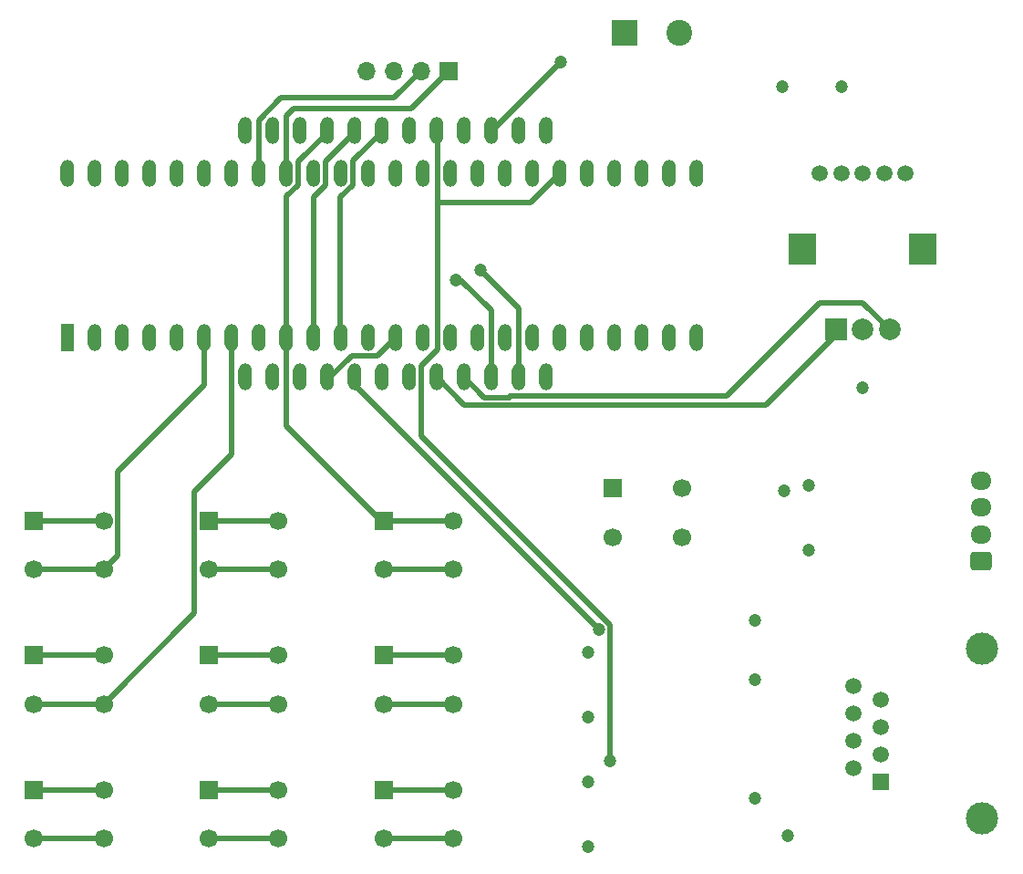
<source format=gbl>
%TF.GenerationSoftware,KiCad,Pcbnew,8.0.8*%
%TF.CreationDate,2025-02-06T19:54:35+00:00*%
%TF.ProjectId,TeensyELS,5465656e-7379-4454-9c53-2e6b69636164,rev?*%
%TF.SameCoordinates,Original*%
%TF.FileFunction,Copper,L4,Bot*%
%TF.FilePolarity,Positive*%
%FSLAX46Y46*%
G04 Gerber Fmt 4.6, Leading zero omitted, Abs format (unit mm)*
G04 Created by KiCad (PCBNEW 8.0.8) date 2025-02-06 19:54:35*
%MOMM*%
%LPD*%
G01*
G04 APERTURE LIST*
G04 Aperture macros list*
%AMRoundRect*
0 Rectangle with rounded corners*
0 $1 Rounding radius*
0 $2 $3 $4 $5 $6 $7 $8 $9 X,Y pos of 4 corners*
0 Add a 4 corners polygon primitive as box body*
4,1,4,$2,$3,$4,$5,$6,$7,$8,$9,$2,$3,0*
0 Add four circle primitives for the rounded corners*
1,1,$1+$1,$2,$3*
1,1,$1+$1,$4,$5*
1,1,$1+$1,$6,$7*
1,1,$1+$1,$8,$9*
0 Add four rect primitives between the rounded corners*
20,1,$1+$1,$2,$3,$4,$5,0*
20,1,$1+$1,$4,$5,$6,$7,0*
20,1,$1+$1,$6,$7,$8,$9,0*
20,1,$1+$1,$8,$9,$2,$3,0*%
G04 Aperture macros list end*
%TA.AperFunction,ComponentPad*%
%ADD10O,1.270000X2.540000*%
%TD*%
%TA.AperFunction,ComponentPad*%
%ADD11RoundRect,0.250000X0.725000X-0.600000X0.725000X0.600000X-0.725000X0.600000X-0.725000X-0.600000X0*%
%TD*%
%TA.AperFunction,ComponentPad*%
%ADD12O,1.950000X1.700000*%
%TD*%
%TA.AperFunction,ComponentPad*%
%ADD13R,2.400000X2.400000*%
%TD*%
%TA.AperFunction,ComponentPad*%
%ADD14C,2.400000*%
%TD*%
%TA.AperFunction,ComponentPad*%
%ADD15R,1.270000X2.540000*%
%TD*%
%TA.AperFunction,ComponentPad*%
%ADD16R,1.700000X1.700000*%
%TD*%
%TA.AperFunction,ComponentPad*%
%ADD17C,1.700000*%
%TD*%
%TA.AperFunction,ComponentPad*%
%ADD18R,1.500000X1.500000*%
%TD*%
%TA.AperFunction,ComponentPad*%
%ADD19C,1.500000*%
%TD*%
%TA.AperFunction,ComponentPad*%
%ADD20C,3.000000*%
%TD*%
%TA.AperFunction,ComponentPad*%
%ADD21O,1.700000X1.700000*%
%TD*%
%TA.AperFunction,ComponentPad*%
%ADD22R,2.000000X2.000000*%
%TD*%
%TA.AperFunction,ComponentPad*%
%ADD23C,2.000000*%
%TD*%
%TA.AperFunction,ComponentPad*%
%ADD24R,2.500000X3.000000*%
%TD*%
%TA.AperFunction,ViaPad*%
%ADD25C,1.200000*%
%TD*%
%TA.AperFunction,Conductor*%
%ADD26C,0.500000*%
%TD*%
G04 APERTURE END LIST*
D10*
%TO.P,MCU1,1,5V*%
%TO.N,+5V*%
X39125686Y-61924940D03*
%TO.P,MCU1,2,GND*%
%TO.N,GND*%
X41665686Y-61924940D03*
%TO.P,MCU1,3,GPIO27/ADC17/TOUCH7*%
%TO.N,/Alm*%
X44205686Y-61924940D03*
%TO.P,MCU1,4,GPIO26/ADC19/DAC2*%
%TO.N,/Dir*%
X46745686Y-61924940D03*
%TO.P,MCU1,5,GPIO25/ADC18/DAC1*%
%TO.N,/Step*%
X49285686Y-61924940D03*
%TO.P,MCU1,6,GPIO33/ADC5/TOUCH8*%
%TO.N,/PadH2*%
X51825686Y-61924940D03*
%TO.P,MCU1,7,GPIO32/ADC4/TOUCH9*%
%TO.N,/PadH1*%
X54365686Y-61924940D03*
%TO.P,MCU1,8,GPIO39/ADC3/SVN*%
%TO.N,/UIEncA*%
X56905686Y-61924940D03*
%TO.P,MCU1,9,GPIO38*%
%TO.N,/UIEncB*%
X59445686Y-61924940D03*
%TO.P,MCU1,10,GPIO37*%
%TO.N,/EncB*%
X61985686Y-61924940D03*
%TO.P,MCU1,11,GPIO36/ADC0*%
%TO.N,/EncA*%
X64525686Y-61924940D03*
%TO.P,MCU1,12,3V3*%
%TO.N,+3.3V*%
X67065686Y-61924940D03*
%TO.P,MCU1,13,3V3*%
X39125686Y-39064940D03*
%TO.P,MCU1,14,GND*%
%TO.N,GND*%
X41665686Y-39064940D03*
%TO.P,MCU1,15,GND*%
X44205686Y-39064940D03*
%TO.P,MCU1,16,GPIO12/ADC15/TOUCH5*%
%TO.N,/PadV3*%
X46745686Y-39064940D03*
%TO.P,MCU1,17,GPIO13/ADC14/TOUCH4*%
%TO.N,/PadV2*%
X49285686Y-39064940D03*
%TO.P,MCU1,18,GPIO15/ADC13/TOUCH3*%
%TO.N,/PadV1*%
X51825686Y-39064940D03*
%TO.P,MCU1,19,GPIO2/ADC12/TOUCH2*%
%TO.N,/PadH3*%
X54365686Y-39064940D03*
%TO.P,MCU1,20,GPIO17*%
%TO.N,/Ena*%
X56905686Y-39064940D03*
%TO.P,MCU1,21,GPIO22/I2C_SCL*%
%TO.N,/Red*%
X59445686Y-39064940D03*
%TO.P,MCU1,22,GPIO21/I2C_SDA*%
%TO.N,/Green*%
X61985686Y-39064940D03*
%TO.P,MCU1,23,GND*%
%TO.N,GND*%
X64525686Y-39064940D03*
%TO.P,MCU1,24,GND*%
X67065686Y-39064940D03*
%TD*%
D11*
%TO.P,J2,1,Pin_1*%
%TO.N,+5V*%
X107500000Y-79000000D03*
D12*
%TO.P,J2,2,Pin_2*%
%TO.N,GND*%
X107500000Y-76500000D03*
%TO.P,J2,3,Pin_3*%
%TO.N,Net-(J2-Pin_3)*%
X107500000Y-74000000D03*
%TO.P,J2,4,Pin_4*%
%TO.N,Net-(J2-Pin_4)*%
X107500000Y-71500000D03*
%TD*%
D13*
%TO.P,J4,1,Pin_1*%
%TO.N,GND*%
X74420000Y-30000000D03*
D14*
%TO.P,J4,2,Pin_2*%
%TO.N,+5V*%
X79500000Y-30000000D03*
%TD*%
D15*
%TO.P,U1,1,GND*%
%TO.N,GND*%
X22660000Y-58240000D03*
D10*
%TO.P,U1,2,0_RX1_CRX2_CS1*%
%TO.N,unconnected-(U1-0_RX1_CRX2_CS1-Pad2)*%
X25200000Y-58240000D03*
%TO.P,U1,3,1_TX1_CTX2_MISO1*%
%TO.N,unconnected-(U1-1_TX1_CTX2_MISO1-Pad3)*%
X27740000Y-58240000D03*
%TO.P,U1,4,2_OUT2*%
%TO.N,unconnected-(U1-2_OUT2-Pad4)*%
X30280000Y-58240000D03*
%TO.P,U1,5,3_LRCLK2*%
%TO.N,unconnected-(U1-3_LRCLK2-Pad5)*%
X32820000Y-58240000D03*
%TO.P,U1,6,4_BCLK2*%
%TO.N,/PadH1*%
X35360000Y-58240000D03*
%TO.P,U1,7,5_IN2*%
%TO.N,/PadH2*%
X37900000Y-58240000D03*
%TO.P,U1,8,6_OUT1D*%
%TO.N,/PadH3*%
X40440000Y-58240000D03*
%TO.P,U1,9,7_RX2_OUT1A*%
%TO.N,/PadV3*%
X42980000Y-58240000D03*
%TO.P,U1,10,8_TX2_IN1*%
%TO.N,/PadV2*%
X45520000Y-58240000D03*
%TO.P,U1,11,9_OUT1C*%
%TO.N,/PadV1*%
X48060000Y-58240000D03*
%TO.P,U1,12,10_CS_MQSR*%
%TO.N,/Step*%
X50600000Y-58240000D03*
%TO.P,U1,13,11_MOSI_CTX1*%
%TO.N,/Dir*%
X53140000Y-58240000D03*
%TO.P,U1,14,12_MISO_MQSL*%
%TO.N,unconnected-(U1-12_MISO_MQSL-Pad14)*%
X55680000Y-58240000D03*
%TO.P,U1,15,3V3*%
%TO.N,+3.3V*%
X58220000Y-58240000D03*
%TO.P,U1,16,24_A10_TX6_SCL2*%
%TO.N,/UIEncA*%
X60760000Y-58240000D03*
%TO.P,U1,17,25_A11_RX6_SDA2*%
%TO.N,/UIEncB*%
X63300000Y-58240000D03*
%TO.P,U1,18,26_A12_MOSI1*%
%TO.N,unconnected-(U1-26_A12_MOSI1-Pad18)*%
X65840000Y-58240000D03*
%TO.P,U1,19,27_A13_SCK1*%
%TO.N,unconnected-(U1-27_A13_SCK1-Pad19)*%
X68380000Y-58240000D03*
%TO.P,U1,20,28_RX7*%
%TO.N,unconnected-(U1-28_RX7-Pad20)*%
X70920000Y-58240000D03*
%TO.P,U1,21,29_TX7*%
%TO.N,unconnected-(U1-29_TX7-Pad21)*%
X73460000Y-58240000D03*
%TO.P,U1,22,30_CRX3*%
%TO.N,unconnected-(U1-30_CRX3-Pad22)*%
X76000000Y-58240000D03*
%TO.P,U1,23,31_CTX3*%
%TO.N,unconnected-(U1-31_CTX3-Pad23)*%
X78540000Y-58240000D03*
%TO.P,U1,24,32_OUT1B*%
%TO.N,unconnected-(U1-32_OUT1B-Pad24)*%
X81080000Y-58240000D03*
%TO.P,U1,25,33_MCLK2*%
%TO.N,unconnected-(U1-33_MCLK2-Pad25)*%
X81080000Y-43000000D03*
%TO.P,U1,26,34_RX8*%
%TO.N,unconnected-(U1-34_RX8-Pad26)*%
X78540000Y-43000000D03*
%TO.P,U1,27,35_TX8*%
%TO.N,unconnected-(U1-35_TX8-Pad27)*%
X76000000Y-43000000D03*
%TO.P,U1,28,36_CS*%
%TO.N,unconnected-(U1-36_CS-Pad28)*%
X73460000Y-43000000D03*
%TO.P,U1,29,37_CS*%
%TO.N,unconnected-(U1-37_CS-Pad29)*%
X70920000Y-43000000D03*
%TO.P,U1,30,38_CS1_IN1*%
%TO.N,/Ena*%
X68380000Y-43000000D03*
%TO.P,U1,31,39_MISO1_OUT1A*%
%TO.N,/Alm*%
X65840000Y-43000000D03*
%TO.P,U1,32,40_A16*%
%TO.N,/Green*%
X63300000Y-43000000D03*
%TO.P,U1,33,41_A17*%
%TO.N,/Red*%
X60760000Y-43000000D03*
%TO.P,U1,34,GND*%
%TO.N,GND*%
X58220000Y-43000000D03*
%TO.P,U1,35,13_SCK_LED*%
%TO.N,unconnected-(U1-13_SCK_LED-Pad35)*%
X55680000Y-43000000D03*
%TO.P,U1,36,14_A0_TX3_SPDIF_OUT*%
%TO.N,/EncA*%
X53140000Y-43000000D03*
%TO.P,U1,37,15_A1_RX3_SPDIF_IN*%
%TO.N,/EncB*%
X50600000Y-43000000D03*
%TO.P,U1,38,16_A2_RX4_SCL1*%
%TO.N,unconnected-(U1-16_A2_RX4_SCL1-Pad38)*%
X48060000Y-43000000D03*
%TO.P,U1,39,17_A3_TX4_SDA1*%
%TO.N,unconnected-(U1-17_A3_TX4_SDA1-Pad39)*%
X45520000Y-43000000D03*
%TO.P,U1,40,18_A4_SDA*%
%TO.N,/SDA*%
X42980000Y-43000000D03*
%TO.P,U1,41,19_A5_SCL*%
%TO.N,/SCL*%
X40440000Y-43000000D03*
%TO.P,U1,42,20_A6_TX5_LRCLK1*%
%TO.N,unconnected-(U1-20_A6_TX5_LRCLK1-Pad42)*%
X37900000Y-43000000D03*
%TO.P,U1,43,21_A7_RX5_BCLK1*%
%TO.N,unconnected-(U1-21_A7_RX5_BCLK1-Pad43)*%
X35360000Y-43000000D03*
%TO.P,U1,44,22_A8_CTX1*%
%TO.N,unconnected-(U1-22_A8_CTX1-Pad44)*%
X32820000Y-43000000D03*
%TO.P,U1,45,23_A9_CRX1_MCLK1*%
%TO.N,unconnected-(U1-23_A9_CRX1_MCLK1-Pad45)*%
X30280000Y-43000000D03*
%TO.P,U1,46,3V3*%
%TO.N,+3.3V*%
X27740000Y-43000000D03*
%TO.P,U1,47,GND*%
%TO.N,GND*%
X25200000Y-43000000D03*
%TO.P,U1,48,VIN*%
%TO.N,+5V*%
X22660000Y-43000000D03*
%TD*%
D16*
%TO.P,SW8,1,1*%
%TO.N,/PadV1*%
X19500000Y-100250000D03*
D17*
X26000000Y-100250000D03*
%TO.P,SW8,2,2*%
%TO.N,/PadH3*%
X19500000Y-104750000D03*
X26000000Y-104750000D03*
%TD*%
D16*
%TO.P,SW6,1,1*%
%TO.N,/PadV2*%
X35750000Y-87750000D03*
D17*
X42250000Y-87750000D03*
%TO.P,SW6,2,2*%
%TO.N,/PadH2*%
X35750000Y-92250000D03*
X42250000Y-92250000D03*
%TD*%
D16*
%TO.P,SW1,1,1*%
%TO.N,Net-(Q2-D)*%
X73250000Y-72250000D03*
D17*
X79750000Y-72250000D03*
%TO.P,SW1,2,2*%
%TO.N,+5V*%
X73250000Y-76750000D03*
X79750000Y-76750000D03*
%TD*%
D16*
%TO.P,SW3,1,1*%
%TO.N,/PadV2*%
X35750000Y-75250000D03*
D17*
X42250000Y-75250000D03*
%TO.P,SW3,2,2*%
%TO.N,/PadH1*%
X35750000Y-79750000D03*
X42250000Y-79750000D03*
%TD*%
D18*
%TO.P,J1,1*%
%TO.N,Net-(Q5-D)*%
X98200000Y-99445000D03*
D19*
%TO.P,J1,2*%
%TO.N,GND*%
X95660000Y-98175000D03*
%TO.P,J1,3*%
%TO.N,Net-(Q2-D)*%
X98200000Y-96905000D03*
%TO.P,J1,4*%
%TO.N,GND*%
X95660000Y-95635000D03*
%TO.P,J1,5*%
%TO.N,Net-(Q3-D)*%
X98200000Y-94365000D03*
%TO.P,J1,6*%
%TO.N,GND*%
X95660000Y-93095000D03*
%TO.P,J1,7*%
%TO.N,Net-(Q4-D)*%
X98200000Y-91825000D03*
%TO.P,J1,8*%
%TO.N,GND*%
X95660000Y-90555000D03*
D20*
%TO.P,J1,SH*%
X107600000Y-102850000D03*
X107600000Y-87150000D03*
%TD*%
D16*
%TO.P,SW4,1,1*%
%TO.N,/PadV3*%
X52000000Y-75250000D03*
D17*
X58500000Y-75250000D03*
%TO.P,SW4,2,2*%
%TO.N,/PadH1*%
X52000000Y-79750000D03*
X58500000Y-79750000D03*
%TD*%
D16*
%TO.P,J3,1,Pin_1*%
%TO.N,/SDA*%
X58040000Y-33500000D03*
D21*
%TO.P,J3,2,Pin_2*%
%TO.N,/SCL*%
X55500000Y-33500000D03*
%TO.P,J3,3,Pin_3*%
%TO.N,+5V*%
X52960000Y-33500000D03*
%TO.P,J3,4,Pin_4*%
%TO.N,GND*%
X50420000Y-33500000D03*
%TD*%
D16*
%TO.P,SW2,1,1*%
%TO.N,/PadV1*%
X19500000Y-75250000D03*
D17*
X26000000Y-75250000D03*
%TO.P,SW2,2,2*%
%TO.N,/PadH1*%
X19500000Y-79750000D03*
X26000000Y-79750000D03*
%TD*%
D19*
%TO.P,E1,1,RL*%
%TO.N,Net-(E1-RL)*%
X92500000Y-43000000D03*
%TO.P,E1,2,GL*%
%TO.N,Net-(E1-GL)*%
X94500000Y-43000000D03*
%TO.P,E1,3,SW*%
%TO.N,unconnected-(E1-SW-Pad3)*%
X96500000Y-43000000D03*
%TO.P,E1,4,BL*%
%TO.N,unconnected-(E1-BL-Pad4)*%
X98500000Y-43000000D03*
%TO.P,E1,5,5V*%
%TO.N,+5V*%
X100500000Y-43000000D03*
D22*
%TO.P,E1,A,A*%
%TO.N,/UIEncA*%
X94000000Y-57500000D03*
D23*
%TO.P,E1,B,B*%
%TO.N,/UIEncB*%
X99000000Y-57500000D03*
%TO.P,E1,C,C*%
%TO.N,GND*%
X96500000Y-57500000D03*
D24*
%TO.P,E1,MP*%
%TO.N,N/C*%
X90900000Y-50000000D03*
X102100000Y-50000000D03*
%TD*%
D16*
%TO.P,SW7,1,1*%
%TO.N,/PadV3*%
X52000000Y-87750000D03*
D17*
X58500000Y-87750000D03*
%TO.P,SW7,2,2*%
%TO.N,/PadH2*%
X52000000Y-92250000D03*
X58500000Y-92250000D03*
%TD*%
D16*
%TO.P,SW5,1,1*%
%TO.N,/PadV1*%
X19500000Y-87750000D03*
D17*
X26000000Y-87750000D03*
%TO.P,SW5,2,2*%
%TO.N,/PadH2*%
X19500000Y-92250000D03*
X26000000Y-92250000D03*
%TD*%
D16*
%TO.P,SW9,1,1*%
%TO.N,/PadV2*%
X35750000Y-100250000D03*
D17*
X42250000Y-100250000D03*
%TO.P,SW9,2,2*%
%TO.N,/PadH3*%
X35750000Y-104750000D03*
X42250000Y-104750000D03*
%TD*%
D16*
%TO.P,SW10,1,1*%
%TO.N,/PadV3*%
X52000000Y-100250000D03*
D17*
X58500000Y-100250000D03*
%TO.P,SW10,2,2*%
%TO.N,/PadH3*%
X52000000Y-104750000D03*
X58500000Y-104750000D03*
%TD*%
D25*
%TO.N,GND*%
X91525000Y-78000000D03*
X91500000Y-72000000D03*
X89000000Y-35000000D03*
X94500000Y-35000000D03*
%TO.N,+5V*%
X89500000Y-104500000D03*
X86500000Y-84500000D03*
X86500000Y-90000000D03*
X86500000Y-101000000D03*
%TO.N,/Step*%
X72000000Y-85350000D03*
%TO.N,/EncA*%
X61000000Y-52000000D03*
%TO.N,+3.3V*%
X71000000Y-87500000D03*
X71000000Y-99500000D03*
X89175000Y-72500000D03*
X71000000Y-93500000D03*
X96500000Y-62912500D03*
X71000000Y-105500000D03*
%TO.N,/Green*%
X68500000Y-32650000D03*
%TO.N,/Ena*%
X73000000Y-97500000D03*
%TO.N,/EncB*%
X58704898Y-52888530D03*
%TD*%
D26*
%TO.N,/SDA*%
X54540000Y-37000000D02*
X43643336Y-37000000D01*
X43643336Y-37000000D02*
X42980000Y-37663336D01*
X58040000Y-33500000D02*
X54540000Y-37000000D01*
X42980000Y-37663336D02*
X42980000Y-43000000D01*
%TO.N,/SCL*%
X40440000Y-38060000D02*
X40440000Y-43000000D01*
X55500000Y-33500000D02*
X53000000Y-36000000D01*
X42500000Y-36000000D02*
X40440000Y-38060000D01*
X53000000Y-36000000D02*
X42500000Y-36000000D01*
%TO.N,/Step*%
X49285686Y-62635686D02*
X49285686Y-61924940D01*
X72000000Y-85350000D02*
X49285686Y-62635686D01*
%TO.N,/UIEncA*%
X94000000Y-57500000D02*
X94000000Y-58000000D01*
X94000000Y-58000000D02*
X87500000Y-64500000D01*
X59480746Y-64500000D02*
X56905686Y-61924940D01*
X87500000Y-64500000D02*
X59480746Y-64500000D01*
%TO.N,/PadH1*%
X35750000Y-79750000D02*
X42250000Y-79750000D01*
X27300000Y-78450000D02*
X26000000Y-79750000D01*
X52000000Y-79750000D02*
X58500000Y-79750000D01*
X35360000Y-62640000D02*
X27300000Y-70700000D01*
X35360000Y-58240000D02*
X35360000Y-62640000D01*
X27300000Y-70700000D02*
X27300000Y-78450000D01*
X19500000Y-79750000D02*
X26000000Y-79750000D01*
%TO.N,/EncA*%
X64525686Y-61924940D02*
X64525686Y-55525686D01*
X64525686Y-55525686D02*
X61000000Y-52000000D01*
%TO.N,/PadH3*%
X35750000Y-104750000D02*
X42250000Y-104750000D01*
X52000000Y-104750000D02*
X58500000Y-104750000D01*
X19500000Y-104750000D02*
X26000000Y-104750000D01*
%TO.N,/PadV2*%
X42500000Y-75000000D02*
X42250000Y-75250000D01*
X45500000Y-58220000D02*
X45520000Y-58240000D01*
X45500000Y-45189422D02*
X45500000Y-58220000D01*
X35750000Y-100250000D02*
X42250000Y-100250000D01*
X46605000Y-41895000D02*
X46605000Y-44084422D01*
X42250000Y-87750000D02*
X35750000Y-87750000D01*
X49285686Y-39214314D02*
X46605000Y-41895000D01*
X35750000Y-75250000D02*
X42250000Y-75250000D01*
X46605000Y-44084422D02*
X45500000Y-45189422D01*
X49285686Y-39064940D02*
X49285686Y-39214314D01*
%TO.N,/PadV3*%
X51750000Y-75250000D02*
X43000000Y-66500000D01*
X52000000Y-87750000D02*
X58500000Y-87750000D01*
X52000000Y-75250000D02*
X51750000Y-75250000D01*
X43000000Y-66500000D02*
X43000000Y-58260000D01*
X43000000Y-45149422D02*
X43000000Y-58220000D01*
X44084422Y-41915578D02*
X44065000Y-41915578D01*
X44065000Y-41915578D02*
X44065000Y-44084422D01*
X52000000Y-75250000D02*
X58500000Y-75250000D01*
X44065000Y-44084422D02*
X43000000Y-45149422D01*
X43000000Y-58220000D02*
X42980000Y-58240000D01*
X46745686Y-39254314D02*
X44084422Y-41915578D01*
X43000000Y-58260000D02*
X42980000Y-58240000D01*
X52000000Y-100250000D02*
X58500000Y-100250000D01*
X46745686Y-39064940D02*
X46745686Y-39254314D01*
%TO.N,/Green*%
X61985686Y-39064940D02*
X62085060Y-39064940D01*
X62085060Y-39064940D02*
X68500000Y-32650000D01*
%TO.N,/Ena*%
X57000000Y-59379832D02*
X55500000Y-60879832D01*
X55500000Y-67365075D02*
X73050000Y-84915075D01*
X73050000Y-97450000D02*
X73000000Y-97500000D01*
X57000000Y-39159254D02*
X57000000Y-59379832D01*
X55500000Y-60879832D02*
X55500000Y-67365075D01*
X57000000Y-45704711D02*
X65675289Y-45704711D01*
X56905686Y-39064940D02*
X57000000Y-39159254D01*
X73050000Y-84915075D02*
X73050000Y-97450000D01*
X65675289Y-45704711D02*
X68380000Y-43000000D01*
%TO.N,/PadV1*%
X49145000Y-44084422D02*
X48000000Y-45229422D01*
X19500000Y-100250000D02*
X26000000Y-100250000D01*
X26000000Y-87750000D02*
X19500000Y-87750000D01*
X51825686Y-39174314D02*
X49145000Y-41855000D01*
X48000000Y-58180000D02*
X48060000Y-58240000D01*
X49145000Y-41855000D02*
X49145000Y-44084422D01*
X19500000Y-75250000D02*
X26000000Y-75250000D01*
X51825686Y-39064940D02*
X51825686Y-39174314D01*
X48000000Y-45229422D02*
X48000000Y-58180000D01*
%TO.N,/PadH2*%
X19500000Y-92250000D02*
X26000000Y-92250000D01*
X52000000Y-92250000D02*
X58500000Y-92250000D01*
X37900000Y-69100000D02*
X37900000Y-58240000D01*
X34450000Y-72550000D02*
X37900000Y-69100000D01*
X34450000Y-83800000D02*
X34450000Y-72550000D01*
X35750000Y-92250000D02*
X42250000Y-92250000D01*
X26000000Y-92250000D02*
X34450000Y-83800000D01*
%TO.N,/Dir*%
X47075060Y-61924940D02*
X49040000Y-59960000D01*
X51420000Y-59960000D02*
X53140000Y-58240000D01*
X49040000Y-59960000D02*
X51420000Y-59960000D01*
X46745686Y-61924940D02*
X47075060Y-61924940D01*
%TO.N,/UIEncB*%
X83855060Y-63644940D02*
X92500000Y-55000000D01*
X63705686Y-63644940D02*
X83855060Y-63644940D01*
X63705686Y-63794314D02*
X63700000Y-63800000D01*
X92500000Y-55000000D02*
X96500000Y-55000000D01*
X61320746Y-63800000D02*
X59445686Y-61924940D01*
X63705686Y-63644940D02*
X63705686Y-63794314D01*
X96500000Y-55000000D02*
X99000000Y-57500000D01*
X63700000Y-63800000D02*
X61320746Y-63800000D01*
%TO.N,/EncB*%
X61985686Y-55746214D02*
X61985686Y-61924940D01*
X59128002Y-52888530D02*
X61985686Y-55746214D01*
X58704898Y-52888530D02*
X59128002Y-52888530D01*
%TD*%
M02*

</source>
